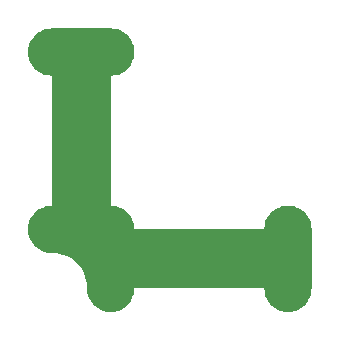
<source format=gbr>
%TF.GenerationSoftware,KiCad,Pcbnew,6.0.1-79c1e3a40b~116~ubuntu20.04.1*%
%TF.CreationDate,2022-01-28T23:27:19+01:00*%
%TF.ProjectId,pcb-connector-x2,7063622d-636f-46e6-9e65-63746f722d78,1*%
%TF.SameCoordinates,Original*%
%TF.FileFunction,Soldermask,Top*%
%TF.FilePolarity,Negative*%
%FSLAX46Y46*%
G04 Gerber Fmt 4.6, Leading zero omitted, Abs format (unit mm)*
G04 Created by KiCad (PCBNEW 6.0.1-79c1e3a40b~116~ubuntu20.04.1) date 2022-01-28 23:27:19*
%MOMM*%
%LPD*%
G01*
G04 APERTURE LIST*
%ADD10C,3.400000*%
G04 APERTURE END LIST*
%TO.C,J2*%
G36*
X140000000Y-95500000D02*
G01*
X137000000Y-95500000D01*
X137000000Y-89500000D01*
X140000000Y-89500000D01*
X140000000Y-95500000D01*
G37*
%TO.C,J3*%
G36*
X150500000Y-105000000D02*
G01*
X144500000Y-105000000D01*
X144500000Y-102000000D01*
X150500000Y-102000000D01*
X150500000Y-105000000D01*
G37*
%TO.C,J1*%
G36*
X150500000Y-103000000D02*
G01*
X144500000Y-103000000D01*
X144500000Y-100000000D01*
X150500000Y-100000000D01*
X150500000Y-103000000D01*
G37*
%TO.C,J4*%
G36*
X138000000Y-95500000D02*
G01*
X135000000Y-95500000D01*
X135000000Y-89500000D01*
X138000000Y-89500000D01*
X138000000Y-95500000D01*
G37*
%TD*%
D10*
%TO.C,H2*%
X140000000Y-105000000D03*
%TD*%
%TO.C,H7*%
X140000000Y-85000000D03*
%TD*%
%TO.C,H1*%
X155000000Y-100000000D03*
%TD*%
%TO.C,H3*%
X140000000Y-100000000D03*
%TD*%
%TO.C,H6*%
X135000000Y-85000000D03*
%TD*%
%TO.C,H5*%
X155000000Y-105000000D03*
%TD*%
%TO.C,H4*%
X135000000Y-100000000D03*
%TD*%
G36*
X140004487Y-83000321D02*
G01*
X140275645Y-83019714D01*
X140293440Y-83022273D01*
X140554654Y-83079097D01*
X140571903Y-83084161D01*
X140822386Y-83177586D01*
X140838740Y-83185055D01*
X141073375Y-83313176D01*
X141088498Y-83322895D01*
X141302510Y-83483103D01*
X141316096Y-83494876D01*
X141505124Y-83683904D01*
X141516897Y-83697490D01*
X141677105Y-83911502D01*
X141686824Y-83926625D01*
X141814945Y-84161260D01*
X141822414Y-84177614D01*
X141915839Y-84428097D01*
X141920903Y-84445346D01*
X141977727Y-84706560D01*
X141980286Y-84724355D01*
X141999357Y-84991012D01*
X141999357Y-85008988D01*
X141980286Y-85275645D01*
X141977727Y-85293440D01*
X141920903Y-85554654D01*
X141915839Y-85571903D01*
X141822414Y-85822386D01*
X141814945Y-85838740D01*
X141686824Y-86073375D01*
X141677105Y-86088498D01*
X141516897Y-86302510D01*
X141505124Y-86316096D01*
X141316096Y-86505124D01*
X141302510Y-86516897D01*
X141088498Y-86677105D01*
X141073375Y-86686824D01*
X140838740Y-86814945D01*
X140822386Y-86822414D01*
X140571903Y-86915839D01*
X140554654Y-86920903D01*
X140293440Y-86977727D01*
X140275645Y-86980286D01*
X140018068Y-86998708D01*
X140003187Y-87004258D01*
X140000656Y-87007640D01*
X140000000Y-87011274D01*
X140000000Y-97981885D01*
X140004475Y-97997124D01*
X140007669Y-97999892D01*
X140011245Y-98000804D01*
X140275645Y-98019714D01*
X140293440Y-98022273D01*
X140554654Y-98079097D01*
X140571903Y-98084161D01*
X140822386Y-98177586D01*
X140838740Y-98185055D01*
X141073375Y-98313176D01*
X141088498Y-98322895D01*
X141302511Y-98483103D01*
X141316097Y-98494876D01*
X141505124Y-98683903D01*
X141516897Y-98697489D01*
X141677105Y-98911502D01*
X141686824Y-98926625D01*
X141814945Y-99161260D01*
X141822414Y-99177614D01*
X141915839Y-99428097D01*
X141920903Y-99445346D01*
X141977727Y-99706560D01*
X141980286Y-99724355D01*
X141998708Y-99981932D01*
X142004258Y-99996813D01*
X142007640Y-99999344D01*
X142011274Y-100000000D01*
X152981885Y-100000000D01*
X152997124Y-99995525D01*
X152999892Y-99992331D01*
X153000804Y-99988755D01*
X153019714Y-99724355D01*
X153022273Y-99706560D01*
X153079097Y-99445346D01*
X153084161Y-99428097D01*
X153177586Y-99177614D01*
X153185055Y-99161260D01*
X153313176Y-98926625D01*
X153322895Y-98911502D01*
X153483103Y-98697490D01*
X153494876Y-98683904D01*
X153683904Y-98494876D01*
X153697490Y-98483103D01*
X153911502Y-98322895D01*
X153926625Y-98313176D01*
X154161260Y-98185055D01*
X154177614Y-98177586D01*
X154428097Y-98084161D01*
X154445346Y-98079097D01*
X154706560Y-98022273D01*
X154724355Y-98019714D01*
X154991012Y-98000643D01*
X155008988Y-98000643D01*
X155275645Y-98019714D01*
X155293440Y-98022273D01*
X155554654Y-98079097D01*
X155571903Y-98084161D01*
X155822386Y-98177586D01*
X155838740Y-98185055D01*
X156073375Y-98313176D01*
X156088498Y-98322895D01*
X156302510Y-98483103D01*
X156316096Y-98494876D01*
X156505124Y-98683904D01*
X156516897Y-98697490D01*
X156677105Y-98911502D01*
X156686824Y-98926625D01*
X156814945Y-99161260D01*
X156822414Y-99177614D01*
X156915839Y-99428097D01*
X156920903Y-99445346D01*
X156977727Y-99706560D01*
X156980286Y-99724355D01*
X156999679Y-99995513D01*
X157000000Y-100004501D01*
X157000000Y-104995499D01*
X156999679Y-105004487D01*
X156980286Y-105275645D01*
X156977727Y-105293440D01*
X156920903Y-105554654D01*
X156915839Y-105571903D01*
X156822414Y-105822386D01*
X156814945Y-105838740D01*
X156686824Y-106073375D01*
X156677105Y-106088498D01*
X156516897Y-106302510D01*
X156505124Y-106316096D01*
X156316096Y-106505124D01*
X156302510Y-106516897D01*
X156088498Y-106677105D01*
X156073375Y-106686824D01*
X155838740Y-106814945D01*
X155822386Y-106822414D01*
X155571903Y-106915839D01*
X155554654Y-106920903D01*
X155293440Y-106977727D01*
X155275645Y-106980286D01*
X155008988Y-106999357D01*
X154991012Y-106999357D01*
X154724355Y-106980286D01*
X154706560Y-106977727D01*
X154445346Y-106920903D01*
X154428097Y-106915839D01*
X154177614Y-106822414D01*
X154161260Y-106814945D01*
X153926625Y-106686824D01*
X153911502Y-106677105D01*
X153697490Y-106516897D01*
X153683904Y-106505124D01*
X153494876Y-106316096D01*
X153483103Y-106302510D01*
X153322895Y-106088498D01*
X153313176Y-106073375D01*
X153185055Y-105838740D01*
X153177586Y-105822386D01*
X153084161Y-105571903D01*
X153079097Y-105554654D01*
X153022273Y-105293440D01*
X153019714Y-105275645D01*
X153001292Y-105018068D01*
X152995742Y-105003187D01*
X152992360Y-105000656D01*
X152988726Y-105000000D01*
X142018115Y-105000000D01*
X142002876Y-105004475D01*
X142000108Y-105007669D01*
X141999196Y-105011245D01*
X141980286Y-105275645D01*
X141977727Y-105293440D01*
X141920903Y-105554654D01*
X141915839Y-105571903D01*
X141822414Y-105822386D01*
X141814945Y-105838740D01*
X141686824Y-106073375D01*
X141677105Y-106088498D01*
X141516897Y-106302510D01*
X141505124Y-106316096D01*
X141316096Y-106505124D01*
X141302510Y-106516897D01*
X141088498Y-106677105D01*
X141073375Y-106686824D01*
X140838740Y-106814945D01*
X140822386Y-106822414D01*
X140571903Y-106915839D01*
X140554654Y-106920903D01*
X140293440Y-106977727D01*
X140275645Y-106980286D01*
X140008988Y-106999357D01*
X139991012Y-106999357D01*
X139724355Y-106980286D01*
X139706560Y-106977727D01*
X139445346Y-106920903D01*
X139428097Y-106915839D01*
X139177614Y-106822414D01*
X139161260Y-106814945D01*
X138926625Y-106686824D01*
X138911502Y-106677105D01*
X138697490Y-106516897D01*
X138683904Y-106505124D01*
X138494876Y-106316096D01*
X138483103Y-106302510D01*
X138322895Y-106088498D01*
X138313176Y-106073375D01*
X138185055Y-105838740D01*
X138177586Y-105822386D01*
X138084161Y-105571903D01*
X138079097Y-105554654D01*
X138022273Y-105293440D01*
X138019714Y-105275645D01*
X138000070Y-105000972D01*
X137999947Y-104999049D01*
X137981335Y-104667636D01*
X137980545Y-104660623D01*
X137925375Y-104335916D01*
X137923807Y-104329047D01*
X137832629Y-104012561D01*
X137830296Y-104005895D01*
X137704260Y-103701617D01*
X137701195Y-103695253D01*
X137541879Y-103406993D01*
X137538132Y-103401029D01*
X137347529Y-103132399D01*
X137343149Y-103126907D01*
X137123665Y-102881304D01*
X137118696Y-102876335D01*
X136873093Y-102656851D01*
X136867601Y-102652471D01*
X136598971Y-102461868D01*
X136593007Y-102458121D01*
X136304747Y-102298805D01*
X136298383Y-102295740D01*
X135994105Y-102169704D01*
X135987439Y-102167371D01*
X135670953Y-102076193D01*
X135664084Y-102074625D01*
X135339377Y-102019455D01*
X135332364Y-102018665D01*
X135000951Y-102000053D01*
X134999028Y-101999930D01*
X134724355Y-101980286D01*
X134706560Y-101977727D01*
X134445346Y-101920903D01*
X134428097Y-101915839D01*
X134177614Y-101822414D01*
X134161260Y-101814945D01*
X133926625Y-101686824D01*
X133911502Y-101677105D01*
X133697490Y-101516897D01*
X133683904Y-101505124D01*
X133494876Y-101316096D01*
X133483103Y-101302510D01*
X133322895Y-101088498D01*
X133313176Y-101073375D01*
X133185055Y-100838740D01*
X133177586Y-100822386D01*
X133084161Y-100571903D01*
X133079097Y-100554654D01*
X133022273Y-100293440D01*
X133019714Y-100275645D01*
X133000643Y-100008988D01*
X133000643Y-99991012D01*
X133019714Y-99724355D01*
X133022273Y-99706560D01*
X133079097Y-99445346D01*
X133084161Y-99428097D01*
X133177586Y-99177614D01*
X133185055Y-99161260D01*
X133313176Y-98926625D01*
X133322895Y-98911502D01*
X133483103Y-98697490D01*
X133494876Y-98683904D01*
X133683904Y-98494876D01*
X133697490Y-98483103D01*
X133911502Y-98322895D01*
X133926625Y-98313176D01*
X134161260Y-98185055D01*
X134177614Y-98177586D01*
X134428097Y-98084161D01*
X134445346Y-98079097D01*
X134706560Y-98022273D01*
X134724355Y-98019714D01*
X134981932Y-98001292D01*
X134996813Y-97995742D01*
X134999344Y-97992360D01*
X135000000Y-97988726D01*
X135000000Y-87018115D01*
X134995525Y-87002876D01*
X134992331Y-87000108D01*
X134988755Y-86999196D01*
X134724355Y-86980286D01*
X134706560Y-86977727D01*
X134445346Y-86920903D01*
X134428097Y-86915839D01*
X134177614Y-86822414D01*
X134161260Y-86814945D01*
X133926625Y-86686824D01*
X133911502Y-86677105D01*
X133697490Y-86516897D01*
X133683904Y-86505124D01*
X133494876Y-86316096D01*
X133483103Y-86302510D01*
X133322895Y-86088498D01*
X133313176Y-86073375D01*
X133185055Y-85838740D01*
X133177586Y-85822386D01*
X133084161Y-85571903D01*
X133079097Y-85554654D01*
X133022273Y-85293440D01*
X133019714Y-85275645D01*
X133000643Y-85008988D01*
X133000643Y-84991012D01*
X133019714Y-84724355D01*
X133022273Y-84706560D01*
X133079097Y-84445346D01*
X133084161Y-84428097D01*
X133177586Y-84177614D01*
X133185055Y-84161260D01*
X133313176Y-83926625D01*
X133322895Y-83911502D01*
X133483103Y-83697490D01*
X133494876Y-83683904D01*
X133683904Y-83494876D01*
X133697490Y-83483103D01*
X133911502Y-83322895D01*
X133926625Y-83313176D01*
X134161260Y-83185055D01*
X134177614Y-83177586D01*
X134428097Y-83084161D01*
X134445346Y-83079097D01*
X134706560Y-83022273D01*
X134724355Y-83019714D01*
X134995513Y-83000321D01*
X135004501Y-83000000D01*
X139995499Y-83000000D01*
X140004487Y-83000321D01*
G37*
M02*

</source>
